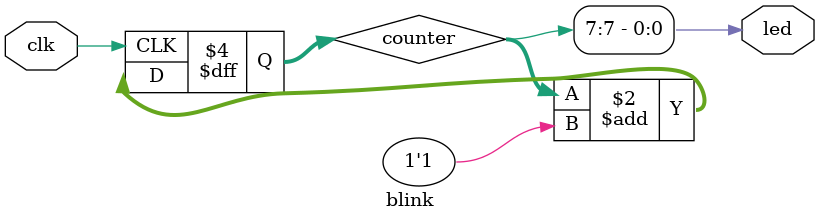
<source format=v>

module blink(input clk, output led);

    reg [12:0] counter = 0;

    always @(posedge clk) 
        counter <= counter + 1'b1;

    assign led = counter[7];

endmodule


</source>
